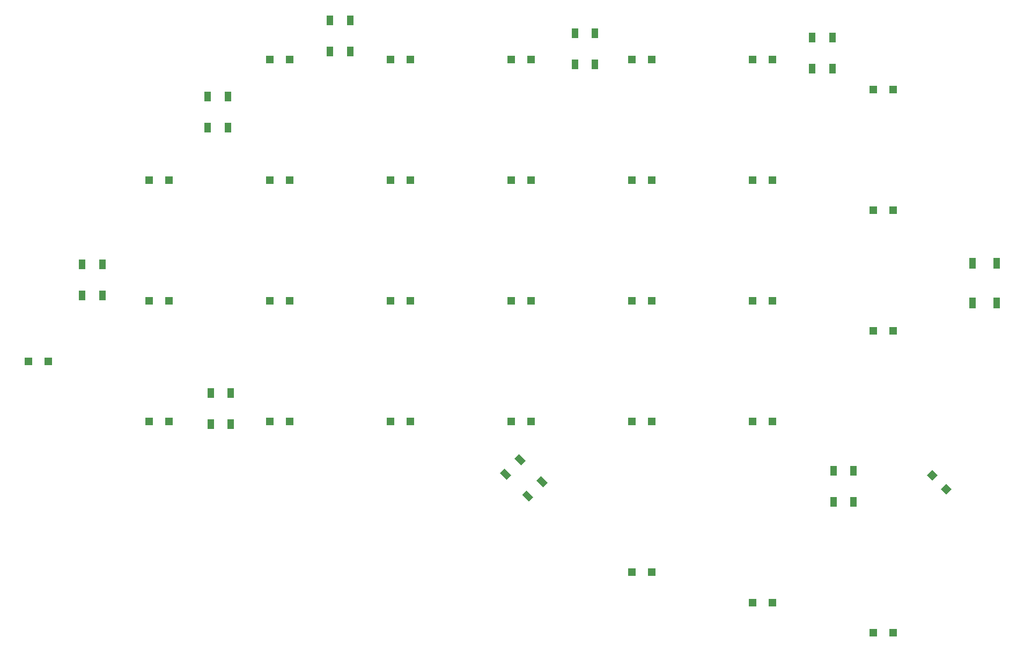
<source format=gtp>
%TF.GenerationSoftware,KiCad,Pcbnew,5.1.9*%
%TF.CreationDate,2021-04-06T00:25:38+02:00*%
%TF.ProjectId,splitkeeb - pro micros,73706c69-746b-4656-9562-202d2070726f,rev?*%
%TF.SameCoordinates,Original*%
%TF.FileFunction,Paste,Top*%
%TF.FilePolarity,Positive*%
%FSLAX46Y46*%
G04 Gerber Fmt 4.6, Leading zero omitted, Abs format (unit mm)*
G04 Created by KiCad (PCBNEW 5.1.9) date 2021-04-06 00:25:38*
%MOMM*%
%LPD*%
G01*
G04 APERTURE LIST*
%ADD10R,1.200000X1.200000*%
%ADD11R,1.000000X1.500000*%
%ADD12C,0.100000*%
%ADD13R,1.000000X1.700000*%
G04 APERTURE END LIST*
D10*
%TO.C,D19*%
X153859420Y-92726140D03*
X150709420Y-92726140D03*
%TD*%
D11*
%TO.C,D37*%
X144944420Y-50478640D03*
X141744420Y-50478640D03*
X144944420Y-55378640D03*
X141744420Y-55378640D03*
%TD*%
D12*
%TO.C,D40*%
G36*
X132219496Y-117628081D02*
G01*
X132926602Y-116920975D01*
X133987262Y-117981635D01*
X133280156Y-118688741D01*
X132219496Y-117628081D01*
G37*
G36*
X129956755Y-119890822D02*
G01*
X130663861Y-119183716D01*
X131724521Y-120244376D01*
X131017415Y-120951482D01*
X129956755Y-119890822D01*
G37*
G36*
X135684319Y-121092904D02*
G01*
X136391425Y-120385798D01*
X137452085Y-121446458D01*
X136744979Y-122153564D01*
X135684319Y-121092904D01*
G37*
G36*
X133421578Y-123355645D02*
G01*
X134128684Y-122648539D01*
X135189344Y-123709199D01*
X134482238Y-124416305D01*
X133421578Y-123355645D01*
G37*
%TD*%
D11*
%TO.C,D35*%
X182394420Y-51158640D03*
X179194420Y-51158640D03*
X182394420Y-56058640D03*
X179194420Y-56058640D03*
%TD*%
D13*
%TO.C,SW1*%
X208324420Y-86788640D03*
X208324420Y-93088640D03*
X204524420Y-86788640D03*
X204524420Y-93088640D03*
%TD*%
D11*
%TO.C,D41*%
X83804420Y-65388640D03*
X87004420Y-65388640D03*
X83804420Y-60488640D03*
X87004420Y-60488640D03*
%TD*%
%TO.C,D39*%
X106314420Y-48418640D03*
X103114420Y-48418640D03*
X106314420Y-53318640D03*
X103114420Y-53318640D03*
%TD*%
%TO.C,D38*%
X185754420Y-119538640D03*
X182554420Y-119538640D03*
X185754420Y-124438640D03*
X182554420Y-124438640D03*
%TD*%
D10*
%TO.C,D20*%
X153859420Y-111776140D03*
X150709420Y-111776140D03*
%TD*%
%TO.C,D21*%
X150709420Y-135588640D03*
X153859420Y-135588640D03*
%TD*%
%TO.C,D22*%
X172909420Y-54626140D03*
X169759420Y-54626140D03*
%TD*%
%TO.C,D23*%
X169759420Y-73676140D03*
X172909420Y-73676140D03*
%TD*%
%TO.C,D24*%
X172909420Y-92726140D03*
X169759420Y-92726140D03*
%TD*%
%TO.C,D25*%
X169759420Y-111776140D03*
X172909420Y-111776140D03*
%TD*%
%TO.C,D26*%
X172909420Y-140351140D03*
X169759420Y-140351140D03*
%TD*%
%TO.C,D27*%
X188809420Y-59388640D03*
X191959420Y-59388640D03*
%TD*%
%TO.C,D28*%
X191959420Y-78438640D03*
X188809420Y-78438640D03*
%TD*%
%TO.C,D29*%
X188809420Y-97488640D03*
X191959420Y-97488640D03*
%TD*%
%TO.C,D31*%
X191959420Y-145113640D03*
X188809420Y-145113640D03*
%TD*%
%TO.C,D5*%
X93559420Y-54626140D03*
X96709420Y-54626140D03*
%TD*%
D12*
%TO.C,D30*%
G36*
X199539585Y-122414833D02*
G01*
X200388113Y-121566305D01*
X201236641Y-122414833D01*
X200388113Y-123263361D01*
X199539585Y-122414833D01*
G37*
G36*
X197312199Y-120187447D02*
G01*
X198160727Y-119338919D01*
X199009255Y-120187447D01*
X198160727Y-121035975D01*
X197312199Y-120187447D01*
G37*
%TD*%
D11*
%TO.C,D42*%
X87444420Y-107298640D03*
X84244420Y-107298640D03*
X87444420Y-112198640D03*
X84244420Y-112198640D03*
%TD*%
%TO.C,D43*%
X67174420Y-86948640D03*
X63974420Y-86948640D03*
X67174420Y-91848640D03*
X63974420Y-91848640D03*
%TD*%
D10*
%TO.C,D1*%
X77659420Y-73676140D03*
X74509420Y-73676140D03*
%TD*%
%TO.C,D2*%
X74509420Y-92726140D03*
X77659420Y-92726140D03*
%TD*%
%TO.C,D3*%
X74509420Y-111776140D03*
X77659420Y-111776140D03*
%TD*%
%TO.C,D4*%
X55459420Y-102251140D03*
X58609420Y-102251140D03*
%TD*%
%TO.C,D6*%
X93559420Y-73676140D03*
X96709420Y-73676140D03*
%TD*%
%TO.C,D7*%
X96709420Y-92726140D03*
X93559420Y-92726140D03*
%TD*%
%TO.C,D8*%
X96709420Y-111776140D03*
X93559420Y-111776140D03*
%TD*%
%TO.C,D9*%
X115759420Y-54626140D03*
X112609420Y-54626140D03*
%TD*%
%TO.C,D10*%
X112609420Y-73676140D03*
X115759420Y-73676140D03*
%TD*%
%TO.C,D11*%
X112609420Y-92726140D03*
X115759420Y-92726140D03*
%TD*%
%TO.C,D12*%
X115759420Y-111776140D03*
X112609420Y-111776140D03*
%TD*%
%TO.C,D13*%
X134809420Y-54626140D03*
X131659420Y-54626140D03*
%TD*%
%TO.C,D14*%
X131659420Y-73676140D03*
X134809420Y-73676140D03*
%TD*%
%TO.C,D15*%
X131659420Y-92726140D03*
X134809420Y-92726140D03*
%TD*%
%TO.C,D16*%
X134809420Y-111776140D03*
X131659420Y-111776140D03*
%TD*%
%TO.C,D17*%
X153859420Y-54626140D03*
X150709420Y-54626140D03*
%TD*%
%TO.C,D18*%
X150709420Y-73676140D03*
X153859420Y-73676140D03*
%TD*%
M02*

</source>
